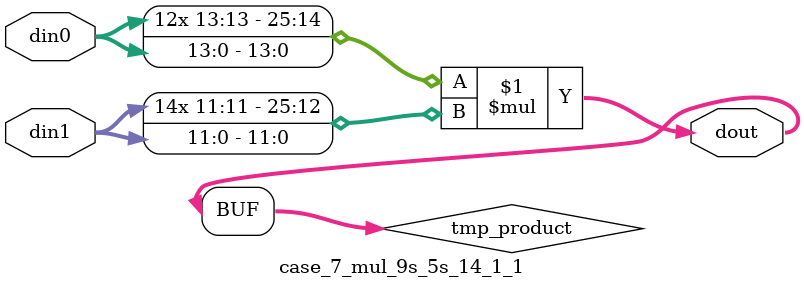
<source format=v>

`timescale 1 ns / 1 ps

 module case_7_mul_9s_5s_14_1_1(din0, din1, dout);
parameter ID = 1;
parameter NUM_STAGE = 0;
parameter din0_WIDTH = 14;
parameter din1_WIDTH = 12;
parameter dout_WIDTH = 26;

input [din0_WIDTH - 1 : 0] din0; 
input [din1_WIDTH - 1 : 0] din1; 
output [dout_WIDTH - 1 : 0] dout;

wire signed [dout_WIDTH - 1 : 0] tmp_product;



























assign tmp_product = $signed(din0) * $signed(din1);








assign dout = tmp_product;





















endmodule

</source>
